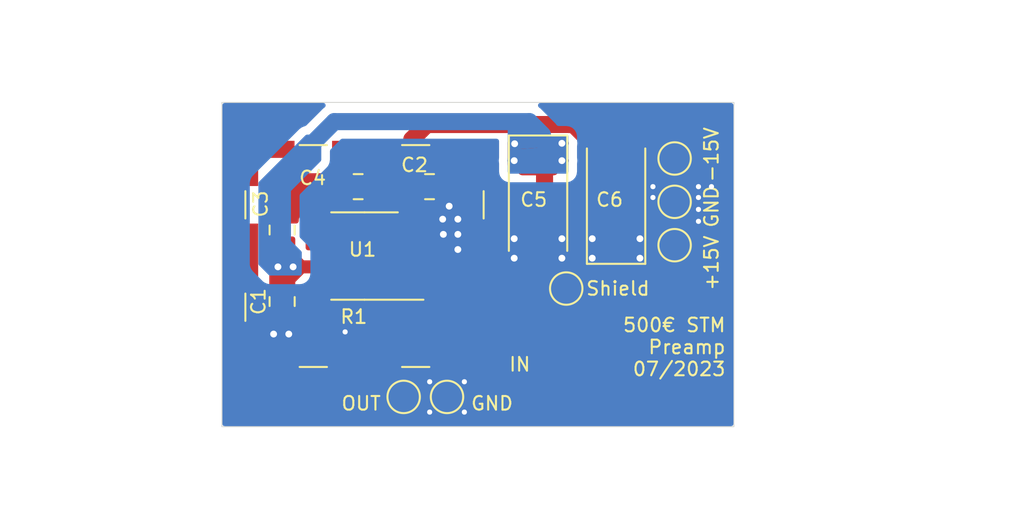
<source format=kicad_pcb>
(kicad_pcb (version 20240108) (generator "pcbnew") (generator_version "8.0")
  (title_block (title "500EUR STM Preamplifier") (date "2023-07-11") (rev "1.0") (company "mintlabs, Uni Regensburg") (comment 1 "Peter Dirnhofer, based on github jherkenhof/STM"))
  (layers (0 "F.Cu" signal) (31 "B.Cu" signal) (34 "B.Paste" user) (35 "F.Paste" user) (36 "B.SilkS" user "B.Silkscreen") (37 "F.SilkS" user "F.Silkscreen") (38 "B.Mask" user) (39 "F.Mask" user) (44 "Edge.Cuts" user))
  (net 0 "")
  (net 1 "GND")
  (net 2 "+15V")
  (net 3 "-15V")
  (net 4 "/in")
  (net 5 "/out")
  (footprint "Capacitor_Tantalum_SMD:CP_EIA-6032-15_Kemet-U" (layer "F.Cu") (at 113.924 121.813 -90)
    (property "Reference" "C5" (at 0 0.254 0) (layer "F.SilkS") (effects (font (size 0.8 0.8) (thickness 0.12) (bold yes))))
    (property "Value" "4u7")
    (fp_line (start -3.76 1.71) (end 3 1.71) (stroke (width 0.12)) (layer "F.SilkS"))
    (fp_line (start -3.76 -1.71) (end -3.76 1.71) (stroke (width 0.12)) (layer "F.SilkS"))
    (fp_line (start 3 -1.71) (end -3.76 -1.71) (stroke (width 0.12)) (layer "F.SilkS"))
    (pad "1" smd roundrect (at -2.4625 0 270) (size 2.075 2.35) (layers "F.Cu" "F.Paste" "F.Mask") (roundrect_rratio 0.1204819277) (net 2 "+15V"))
    (pad "2" smd roundrect (at 2.4625 0 270) (size 2.075 2.35) (layers "F.Cu" "F.Paste" "F.Mask") (roundrect_rratio 0.1204819277) (net 1 "GND"))
  )
  (footprint "Capacitor_Tantalum_SMD:CP_EIA-6032-15_Kemet-U" (layer "F.Cu") (at 118.496 121.813 90)
    (property "Reference" "C6" (at 0 -0.381 180) (layer "F.SilkS") (effects (font (size 0.8 0.8) (thickness 0.12) (bold yes))))
    (property "Value" "4u7")
    (fp_line (start 3 -1.71) (end -3.76 -1.71) (stroke (width 0.12)) (layer "F.SilkS"))
    (fp_line (start -3.76 -1.71) (end -3.76 1.71) (stroke (width 0.12)) (layer "F.SilkS"))
    (fp_line (start -3.76 1.71) (end 3 1.71) (stroke (width 0.12)) (layer "F.SilkS"))
    (pad "1" smd roundrect (at -2.4625 0 90) (size 2.075 2.35) (layers "F.Cu" "F.Paste" "F.Mask") (roundrect_rratio 0.1204819277) (net 1 "GND"))
    (pad "2" smd roundrect (at 2.4625 0 90) (size 2.075 2.35) (layers "F.Cu" "F.Paste" "F.Mask") (roundrect_rratio 0.1204819277) (net 3 "-15V"))
  )
  (footprint "TestPoint:TestPoint_Pad_2.5x2.5mm" (layer "F.Cu") (at 116.21 131.465)
    (property "Reference" "TIP1" (hide yes))
    (property "Value" "IN" (hide yes))
    (pad "1" smd rect (at 0 0) (size 2.5 2.5) (layers "F.Cu" "F.Mask") (net 4 "/in"))
  )
  (footprint "Capacitor_SMD:C_0805_2012Metric_Pad1.18x1.45mm_HandSolder" (layer "F.Cu") (at 98.93 123.591 90)
    (property "Reference" "C3" (at 1.524 -1.262 90) (layer "F.SilkS") (effects (font (size 0.8 0.8) (thickness 0.12))))
    (property "Value" "1u")
    (fp_line (start -0.261252 -0.735) (end 0.261252 -0.735) (stroke (width 0.12)) (layer "F.SilkS"))
    (fp_line (start -0.261252 0.735) (end 0.261252 0.735) (stroke (width 0.12)) (layer "F.SilkS"))
    (pad "1" smd roundrect (at -1.0375 0 90) (size 1.175 1.45) (layers "F.Cu" "F.Paste" "F.Mask") (roundrect_rratio 0.2127659574) (net 2 "+15V"))
    (pad "2" smd roundrect (at 1.0375 0 90) (size 1.175 1.45) (layers "F.Cu" "F.Paste" "F.Mask") (roundrect_rratio 0.2127659574) (net 1 "GND"))
  )
  (footprint "RF_Shielding:Laird_Technologies_BMI-S-201-F_13.66x12.70mm" (layer "F.Cu") (at 103.756 125.115 90)
    (property "Reference" "J1" (hide yes))
    (property "Value" "RF_Shield_Two_Pieces")
    (fp_line (start 2.2 -6.98) (end 3.8 -6.98) (stroke (width 0.12)) (layer "F.SilkS"))
    (fp_line (start -3.8 -6.98) (end -2.2 -6.98) (stroke (width 0.12)) (layer "F.SilkS"))
    (fp_line (start 6.5 -3.8) (end 6.5 -2.2) (stroke (width 0.12)) (layer "F.SilkS"))
    (fp_line (start -6.5 -3.8) (end -6.5 -2.2) (stroke (width 0.12)) (layer "F.SilkS"))
    (fp_line (start 6.5 2.2) (end 6.5 3.8) (stroke (width 0.12)) (layer "F.SilkS"))
    (fp_line (start -6.5 2.2) (end -6.5 3.8) (stroke (width 0.12)) (layer "F.SilkS"))
    (fp_line (start 2.2 6.98) (end 3.8 6.98) (stroke (width 0.12)) (layer "F.SilkS"))
    (pad "1" smd rect (at -6.25 -6.73 90) (size 1 1) (layers "F.Cu" "F.Paste" "F.Mask") (net 1 "GND"))
    (pad "1" smd rect (at -6.25 -5.165 90) (size 1 2.13) (layers "F.Cu" "F.Paste" "F.Mask") (net 1 "GND"))
    (pad "1" smd rect (at -6.25 0 90) (size 1 3.8) (layers "F.Cu" "F.Paste" "F.Mask") (net 1 "GND"))
    (pad "1" smd rect (at -6.25 5.165 90) (size 1 2.13) (layers "F.Cu" "F.Paste" "F.Mask") (net 1 "GND"))
    (pad "1" smd rect (at -6.25 6.73 90) (size 1 1) (layers "F.Cu" "F.Paste" "F.Mask") (net 1 "GND"))
    (pad "1" smd rect (at -4.925 -6.73 90) (size 1.65 1) (layers "F.Cu" "F.Paste" "F.Mask") (net 1 "GND"))
    (pad "1" smd rect (at -4.925 6.73 90) (size 1.65 1) (layers "F.Cu" "F.Paste" "F.Mask") (net 1 "GND"))
    (pad "1" smd rect (at 0 -6.73 90) (size 3.8 1) (layers "F.Cu" "F.Paste" "F.Mask") (net 1 "GND"))
    (pad "1" smd rect (at 0 6.73 90) (size 3.8 1) (layers "F.Cu" "F.Paste" "F.Mask") (net 1 "GND"))
    (pad "1" smd rect (at 4.925 -6.73 90) (size 1.65 1) (layers "F.Cu" "F.Paste" "F.Mask") (net 1 "GND"))
    (pad "1" smd rect (at 4.925 6.73 90) (size 1.65 1) (layers "F.Cu" "F.Paste" "F.Mask") (net 1 "GND"))
    (pad "1" smd rect (at 6.25 -6.73 90) (size 1 1) (layers "F.Cu" "F.Paste" "F.Mask") (net 1 "GND"))
    (pad "1" smd rect (at 6.25 -5.165 90) (size 1 2.13) (layers "F.Cu" "F.Paste" "F.Mask") (net 1 "GND"))
    (pad "1" smd rect (at 6.25 0 90) (size 1 3.8) (layers "F.Cu" "F.Paste" "F.Mask") (net 1 "GND"))
    (pad "1" smd rect (at 6.25 5.165 90) (size 1 2.13) (layers "F.Cu" "F.Paste" "F.Mask") (net 1 "GND"))
    (pad "1" smd rect (at 6.25 6.73 90) (size 1 1) (layers "F.Cu" "F.Paste" "F.Mask") (net 1 "GND"))
  )
  (footprint "custom:SOIC-8_3.9x4.9mm_P1.27mm" (layer "F.Cu") (at 103.756 125.115 180)
    (property "Reference" "U1" (at 0.119 0.381 180) (layer "F.SilkS") (effects (font (size 0.8 0.8) (thickness 0.12))))
    (property "Value" "ADA4637-1")
    (fp_line (start 0 2.56) (end 1.95 2.56) (stroke (width 0.12)) (layer "F.SilkS"))
    (fp_line (start 0 2.56) (end -1.95 2.56) (stroke (width 0.12)) (layer "F.SilkS"))
    (fp_line (start 0 -2.56) (end 1.95 -2.56) (stroke (width 0.12)) (layer "F.SilkS"))
    (fp_line (start 0 -2.56) (end -3.45 -2.56) (stroke (width 0.12)) (layer "F.SilkS"))
    (pad "2" smd roundrect (at -2.475 -0.635 180) (size 1.95 0.6) (layers "F.Cu" "F.Paste" "F.Mask") (net 4 "/in"))
    (pad "3" smd roundrect (at -2.475 0.635 180) (size 1.95 0.6) (layers "F.Cu" "F.Paste" "F.Mask") (net 1 "GND"))
    (pad "4" smd roundrect (at -2.475 1.905 180) (size 1.95 0.6) (layers "F.Cu" "F.Paste" "F.Mask") (net 3 "-15V"))
    (pad "5" smd roundrect (at 2.475 1.905 180) (size 1.95 0.6) (layers "F.Cu" "F.Paste" "F.Mask"))
    (pad "6" smd roundrect (at 2.475 0.635 180) (size 1.95 0.6) (layers "F.Cu" "F.Paste" "F.Mask") (net 5 "/out"))
    (pad "7" smd roundrect (at 2.475 -0.635 180) (size 1.95 0.6) (layers "F.Cu" "F.Paste" "F.Mask") (net 2 "+15V"))
    (pad "8" smd roundrect (at 2.475 -1.905 180) (size 1.95 0.6) (layers "F.Cu" "F.Paste" "F.Mask"))
  )
  (footprint "Capacitor_SMD:C_0805_2012Metric_Pad1.18x1.45mm_HandSolder" (layer "F.Cu") (at 103.383 121.051)
    (property "Reference" "C4" (at -2.667 -0.508 0) (layer "F.SilkS") (effects (font (size 0.8 0.8) (thickness 0.12))))
    (property "Value" "1u")
    (fp_line (start -0.261252 -0.735) (end 0.261252 -0.735) (stroke (width 0.12)) (layer "F.SilkS"))
    (fp_line (start -0.261252 0.735) (end 0.261252 0.735) (stroke (width 0.12)) (layer "F.SilkS"))
    (pad "1" smd roundrect (at -1.0375 0) (size 1.175 1.45) (layers "F.Cu" "F.Paste" "F.Mask") (roundrect_rratio 0.2127659574) (net 1 "GND"))
    (pad "2" smd roundrect (at 1.0375 0) (size 1.175 1.45) (layers "F.Cu" "F.Paste" "F.Mask") (roundrect_rratio 0.2127659574) (net 3 "-15V"))
  )
  (footprint "Capacitor_SMD:C_0805_2012Metric_Pad1.18x1.45mm_HandSolder" (layer "F.Cu") (at 98.93 127.782 -90)
    (property "Reference" "C1" (at 0 1.389 -90) (layer "F.SilkS") (effects (font (size 0.8 0.8) (thickness 0.12) (bold yes))))
    (property "Value" "47n")
    (fp_line (start -0.261252 0.735) (end 0.261252 0.735) (stroke (width 0.12)) (layer "F.SilkS"))
    (fp_line (start -0.261252 -0.735) (end 0.261252 -0.735) (stroke (width 0.12)) (layer "F.SilkS"))
    (pad "1" smd roundrect (at -1.0375 0 270) (size 1.175 1.45) (layers "F.Cu" "F.Paste" "F.Mask") (roundrect_rratio 0.2127659574) (net 2 "+15V"))
    (pad "2" smd roundrect (at 1.0375 0 270) (size 1.175 1.45) (layers "F.Cu" "F.Paste" "F.Mask") (roundrect_rratio 0.2127659574) (net 1 "GND"))
  )
  (footprint "Resistor_SMD:R_1206_3216Metric_Pad1.30x1.75mm_HandSolder" (layer "F.Cu") (at 106.296 129.179)
    (property "Reference" "R1" (at -3.167 -0.508 0) (layer "F.SilkS") (effects (font (size 0.8 0.8) (thickness 0.12))))
    (property "Value" "100MEG")
    (pad "1" smd roundrect (at -1.55 0) (size 1.3 1.75) (layers "F.Cu" "F.Paste" "F.Mask") (roundrect_rratio 0.1923076923) (net 5 "/out"))
    (pad "2" smd roundrect (at 1.55 0) (size 1.3 1.75) (layers "F.Cu" "F.Paste" "F.Mask") (roundrect_rratio 0.1923076923) (net 4 "/in"))
  )
  (footprint "Capacitor_SMD:C_0805_2012Metric_Pad1.18x1.45mm_HandSolder" (layer "F.Cu") (at 107.566 121.051 180)
    (property "Reference" "C2" (at 0.881 1.27 180) (layer "F.SilkS") (effects (font (size 0.8 0.8) (thickness 0.12) (bold yes))))
    (property "Value" "47n")
    (fp_line (start -0.261252 0.735) (end 0.261252 0.735) (stroke (width 0.12)) (layer "F.SilkS"))
    (fp_line (start -0.261252 -0.735) (end 0.261252 -0.735) (stroke (width 0.12)) (layer "F.SilkS"))
    (pad "1" smd roundrect (at -1.0375 0 180) (size 1.175 1.45) (layers "F.Cu" "F.Paste" "F.Mask") (roundrect_rratio 0.2127659574) (net 1 "GND"))
    (pad "2" smd roundrect (at 1.0375 0 180) (size 1.175 1.45) (layers "F.Cu" "F.Paste" "F.Mask") (roundrect_rratio 0.2127659574) (net 3 "-15V"))
  )
  (footprint "TestPoint:TestPoint_Pad_D1.5mm" (layer "F.Cu") (at 121.925 124.48)
    (property "Reference" "TP2" (hide yes))
    (property "Value" "TestPoint")
    (fp_circle (center 0 0) (end 0 0.95) (stroke (width 0.12)) (fill none) (layer "F.SilkS"))
    (pad "1" smd circle (at 0 0) (size 1.5 1.5) (layers "F.Cu" "F.Mask") (net 2 "+15V"))
  )
  (footprint "TestPoint:TestPoint_Pad_D1.5mm" (layer "F.Cu") (at 115.575 127.02)
    (property "Reference" "TP1" (hide yes))
    (property "Value" "TestPoint")
    (fp_circle (center 0 0) (end 0 0.95) (stroke (width 0.12)) (fill none) (layer "F.SilkS"))
    (pad "1" smd circle (at 0 0) (size 1.5 1.5) (layers "F.Cu" "F.Mask") (net 1 "GND"))
  )
  (footprint "TestPoint:TestPoint_Pad_D1.5mm" (layer "F.Cu") (at 106.05 133.37)
    (property "Reference" "TP5" (hide yes))
    (property "Value" "TestPoint")
    (fp_circle (center 0 0) (end 0 0.95) (stroke (width 0.12)) (fill none) (layer "F.SilkS"))
    (pad "1" smd circle (at 0 0) (size 1.5 1.5) (layers "F.Cu" "F.Mask") (net 5 "/out"))
  )
  (footprint "TestPoint:TestPoint_Pad_D1.5mm" (layer "F.Cu") (at 108.59 133.37)
    (property "Reference" "TP6" (hide yes))
    (property "Value" "TestPoint")
    (fp_circle (center 0 0) (end 0 0.95) (stroke (width 0.12)) (fill none) (layer "F.SilkS"))
    (pad "1" smd circle (at 0 0) (size 1.5 1.5) (layers "F.Cu" "F.Mask") (net 1 "GND"))
  )
  (footprint "TestPoint:TestPoint_Pad_D1.5mm" (layer "F.Cu") (at 121.925 121.94)
    (property "Reference" "TP3" (hide yes))
    (property "Value" "TestPoint")
    (fp_circle (center 0 0) (end 0 0.95) (stroke (width 0.12)) (fill none) (layer "F.SilkS"))
    (pad "1" smd circle (at 0 0) (size 1.5 1.5) (layers "F.Cu" "F.Mask") (net 1 "GND"))
  )
  (footprint "TestPoint:TestPoint_Pad_D1.5mm" (layer "F.Cu") (at 121.925 119.4)
    (property "Reference" "TP4" (hide yes))
    (property "Value" "TestPoint")
    (fp_circle (center 0 0) (end 0 0.95) (stroke (width 0.12)) (fill none) (layer "F.SilkS"))
    (pad "1" smd circle (at 0 0) (size 1.5 1.5) (layers "F.Cu" "F.Mask") (net 3 "-15V"))
  )
  (gr_rect (start 95.4 116.115) (end 125.4 135.115) (stroke (width 0.05)) (fill none) (layer "Edge.Cuts"))
  (gr_text "GND" (at 124.084 120.924 90) (layer "F.SilkS") (effects (font (size 0.8 0.8) (thickness 0.12) (bold yes)) (justify right)))
  (gr_text "-15V" (at 124.084 117.495 90) (layer "F.SilkS") (effects (font (size 0.8 0.8) (thickness 0.12) (bold yes)) (justify right)))
  (gr_text "500€ STM\nPreamp\n07/2023" (at 124.973 130.449 0) (layer "F.SilkS") (effects (font (size 0.8 0.8) (thickness 0.12) (bold yes)) (justify right)))
  (gr_text "+15V" (at 124.084 123.845 90) (layer "F.SilkS") (effects (font (size 0.8 0.8) (thickness 0.12) (bold yes)) (justify right)))
  (gr_text "Shield" (at 120.528 127.02 0) (layer "F.SilkS") (effects (font (size 0.8 0.8) (thickness 0.12) (bold yes)) (justify right)))
  (gr_text "IN" (at 113.543 131.465 0) (layer "F.SilkS") (effects (font (size 0.8 0.8) (thickness 0.12) (bold yes)) (justify right)))
  (gr_text "GND" (at 112.527 133.751 0) (layer "F.SilkS") (effects (font (size 0.8 0.8) (thickness 0.12) (bold yes)) (justify right)))
  (gr_text "OUT" (at 104.78 133.751 0) (layer "F.SilkS") (effects (font (size 0.8 0.8) (thickness 0.12) (bold yes)) (justify right)))
  (segment (start 118.4325 133.6875) (end 118.75 133.37) (width 0.3) (layer "F.Cu") (net 1))
  (segment (start 113.9875 133.6875) (end 114.305 134.005) (width 0.3) (layer "F.Cu") (net 1))
  (segment (start 118.4325 129.2425) (end 118.115 128.925) (width 0.3) (layer "F.Cu") (net 1))
  (segment (start 118.75 131.465) (end 118.75 129.56) (width 0.3) (layer "F.Cu") (net 1))
  (segment (start 116.21 134.005) (end 116.21 134.005) (width 0.3) (layer "F.Cu") (net 1))
  (segment (start 113.67 131.465) (end 113.67 133.37) (width 0.3) (layer "F.Cu") (net 1))
  (segment (start 116.21 128.925) (end 114.94 128.925) (width 0.3) (layer "F.Cu") (net 1))
  (segment (start 116.21 134.005) (end 118.115 134.005) (width 0.3) (layer "F.Cu") (net 1))
  (segment (start 116.21 128.925) (end 116.21 128.925) (width 0.3) (layer "F.Cu") (net 1))
  (segment (start 113.289 127.274) (end 111.257 127.274) (width 0.3) (layer "F.Cu") (net 1))
  (segment (start 112.4 128.925) (end 112.4 128.925) (width 0.3) (layer "F.Cu") (net 1))
  (segment (start 111.249 127.266) (end 110.9395 126.9565) (width 0.3) (layer "F.Cu") (net 1))
  (segment (start 114.94 128.925) (end 113.289 127.274) (width 0.3) (layer "F.Cu") (net 1))
  (segment (start 111.257 128.925) (end 112.4 128.925) (width 0.3) (layer "F.Cu") (net 1))
  (segment (start 110.241 126.258) (end 110.9395 126.9565) (width 0.3) (layer "F.Cu") (net 1))
  (segment (start 105.288 126.893) (end 104.526 126.131) (width 0.3) (layer "F.Cu") (net 1))
  (segment (start 106.304 128.847472) (end 107.574 127.577472) (width 0.3) (layer "F.Cu") (net 1))
  (segment (start 106.231 124.48) (end 107.828 124.48) (width 0.3) (layer "F.Cu") (net 1))
  (segment (start 118.75 133.37) (end 118.75 131.465) (width 0.3) (layer "F.Cu") (net 1))
  (segment (start 105.415 124.48) (end 106.231 124.48) (width 0.3) (layer "F.Cu") (net 1))
  (segment (start 108.921 131.365) (end 107.556 131.365) (width 0.3) (layer "F.Cu") (net 1))
  (segment (start 107.556 131.365) (end 106.304 130.113) (width 0.3) (layer "F.Cu") (net 1))
  (segment (start 104.526 126.131) (end 104.526 125.369) (width 0.3) (layer "F.Cu") (net 1))
  (segment (start 110.486 126.503) (end 110.486 125.115) (width 0.3) (layer "F.Cu") (net 1))
  (segment (start 107.574 127.577472) (end 107.574 127.147) (width 0.3) (layer "F.Cu") (net 1))
  (segment (start 104.526 125.369) (end 105.415 124.48) (width 0.3) (layer "F.Cu") (net 1))
  (segment (start 112.4 128.925) (end 113.67 130.195) (width 0.3) (layer "F.Cu") (net 1))
  (segment (start 113.67 130.195) (end 113.67 131.465) (width 0.3) (layer "F.Cu") (net 1))
  (segment (start 118.75 129.56) (end 118.4325 129.2425) (width 0.3) (layer "F.Cu") (net 1))
  (segment (start 109.606 126.258) (end 110.241 126.258) (width 0.3) (layer "F.Cu") (net 1))
  (segment (start 110.486 129.696) (end 111.257 128.925) (width 0.3) (layer "F.Cu") (net 1))
  (segment (start 107.32 126.893) (end 105.288 126.893) (width 0.3) (layer "F.Cu") (net 1))
  (segment (start 111.257 127.274) (end 111.249 127.266) (width 0.3) (layer "F.Cu") (net 1))
  (segment (start 110.9395 126.9565) (end 110.486 126.503) (width 0.3) (layer "F.Cu") (net 1))
  (segment (start 113.67 133.37) (end 113.9875 133.6875) (width 0.3) (layer "F.Cu") (net 1))
  (segment (start 107.828 124.48) (end 109.606 126.258) (width 0.3) (layer "F.Cu") (net 1))
  (segment (start 113.289 127.274) (end 113.289 127.274) (width 0.3) (layer "F.Cu") (net 1))
  (segment (start 114.305 134.005) (end 116.21 134.005) (width 0.3) (layer "F.Cu") (net 1))
  (segment (start 107.574 127.147) (end 107.32 126.893) (width 0.3) (layer "F.Cu") (net 1))
  (segment (start 110.486 130.04) (end 110.486 129.696) (width 0.3) (layer "F.Cu") (net 1))
  (segment (start 118.115 128.925) (end 116.21 128.925) (width 0.3) (layer "F.Cu") (net 1))
  (segment (start 118.115 134.005) (end 118.4325 133.6875) (width 0.3) (layer "F.Cu") (net 1))
  (segment (start 106.304 130.113) (end 106.304 128.847472) (width 0.3) (layer "F.Cu") (net 1))
  (via (at 112.527 124.099) (size 0.8) (drill 0.4) (layers "F.Cu" "B.Cu") (net 1))
  (via (at 112.527 125.242) (size 0.8) (drill 0.4) (layers "F.Cu" "B.Cu") (net 1))
  (via (at 115.321 125.242) (size 0.8) (drill 0.4) (layers "F.Cu" "B.Cu") (net 1))
  (via (at 115.321 124.099) (size 0.8) (drill 0.4) (layers "F.Cu" "B.Cu") (net 1))
  (via (at 109.225 123.845) (size 0.8) (drill 0.4) (layers "F.Cu" "B.Cu") (net 1))
  (via (at 123.322 122.385503) (size 0.6) (drill 0.3) (layers "F.Cu" "B.Cu") (net 1))
  (via (at 108.336 122.956) (size 0.8) (drill 0.4) (layers "F.Cu" "B.Cu") (net 1))
  (via (at 117.099 124.099) (size 0.8) (drill 0.4) (layers "F.Cu" "B.Cu") (net 1))
  (via (at 107.574 134.259) (size 0.6) (drill 0.3) (layers "F.Cu" "B.Cu") (net 1))
  (via (at 120.655 121.686) (size 0.6) (drill 0.3) (layers "F.Cu" "B.Cu") (net 1))
  (via (at 109.225 124.734) (size 0.8) (drill 0.4) (layers "F.Cu" "B.Cu") (net 1))
  (via (at 109.606 134.259) (size 0.6) (drill 0.3) (layers "F.Cu" "B.Cu") (net 1))
  (via (at 117.099 125.242) (size 0.8) (drill 0.4) (layers "F.Cu" "B.Cu") (net 1))
  (via (at 102.621 129.56) (size 0.6) (drill 0.3) (layers "F.Cu" "B.Cu") (net 1))
  (via (at 119.893 124.099) (size 0.8) (drill 0.4) (layers "F.Cu" "B.Cu") (net 1))
  (via (at 107.574 132.481) (size 0.6) (drill 0.3) (layers "F.Cu" "B.Cu") (net 1))
  (via (at 124.084 121.051) (size 0.6) (drill 0.3) (layers "F.Cu" "B.Cu") (net 1))
  (via (at 108.717 122.194) (size 0.8) (drill 0.4) (layers "F.Cu" "B.Cu") (net 1))
  (via (at 98.43 129.687) (size 0.8) (drill 0.4) (layers "F.Cu" "B.Cu") (net 1))
  (via (at 123.322 121.686) (size 0.6) (drill 0.3) (layers "F.Cu" "B.Cu") (net 1))
  (via (at 99.319 129.687) (size 0.8) (drill 0.4) (layers "F.Cu" "B.Cu") (net 1))
  (via (at 123.322 123.083) (size 0.6) (drill 0.3) (layers "F.Cu" "B.Cu") (net 1))
  (via (at 123.322 121.051) (size 0.6) (drill 0.3) (layers "F.Cu" "B.Cu") (net 1))
  (via (at 119.893 125.242) (size 0.8) (drill 0.4) (layers "F.Cu" "B.Cu") (net 1))
  (via (at 108.375497 123.845) (size 0.8) (drill 0.4) (layers "F.Cu" "B.Cu") (net 1))
  (via (at 109.606 132.481) (size 0.6) (drill 0.3) (layers "F.Cu" "B.Cu") (net 1))
  (via (at 109.225 122.956) (size 0.8) (drill 0.4) (layers "F.Cu" "B.Cu") (net 1))
  (via (at 120.655 121.051) (size 0.6) (drill 0.3) (layers "F.Cu" "B.Cu") (net 1))
  (segment (start 113.924 119.3505) (end 113.8745 119.4) (width 0.6) (layer "F.Cu") (net 2))
  (segment (start 121.925 124.48) (end 119.385 121.94) (width 1) (layer "F.Cu") (net 2))
  (segment (start 114.94 121.94) (end 114.305 121.305) (width 1) (layer "F.Cu") (net 2))
  (segment (start 114.305 121.305) (end 114.305 119.7315) (width 1) (layer "F.Cu") (net 2))
  (segment (start 119.385 121.94) (end 114.94 121.94) (width 1) (layer "F.Cu") (net 2))
  (segment (start 114.305 119.7315) (end 113.924 119.3505) (width 0.6) (layer "F.Cu") (net 2))
  (via (at 115.321 119.527) (size 0.8) (drill 0.4) (layers "F.Cu" "B.Cu") (net 2))
  (via (at 115.321 118.511) (size 0.8) (drill 0.4) (layers "F.Cu" "B.Cu") (net 2))
  (via (at 99.573 125.75) (size 0.8) (drill 0.4) (layers "F.Cu" "B.Cu") (net 2))
  (via (at 98.684 125.75) (size 0.8) (drill 0.4) (layers "F.Cu" "B.Cu") (net 2))
  (via (at 112.527 119.527) (size 0.8) (drill 0.4) (layers "F.Cu" "B.Cu") (net 2))
  (via (at 112.5524 118.5364) (size 0.8) (drill 0.4) (layers "F.Cu" "B.Cu") (net 2))
  (segment (start 113.416 117.241) (end 114.178 118.003) (width 1) (layer "B.Cu") (net 2))
  (segment (start 114.178 119.273) (end 114.432 119.273) (width 0.6) (layer "B.Cu") (net 2))
  (segment (start 114.178 118.003) (end 114.178 119.273) (width 0.6) (layer "B.Cu") (net 2))
  (segment (start 100.716 118.511) (end 101.986 117.241) (width 1) (layer "B.Cu") (net 2))
  (segment (start 101.986 117.241) (end 113.416 117.241) (width 1) (layer "B.Cu") (net 2))
  (segment (start 104.408 121.051) (end 106.5285 121.051) (width 1) (layer "F.Cu") (net 3))
  (segment (start 117.099 119.527) (end 119.893 119.527) (width 1) (layer "F.Cu") (net 3))
  (segment (start 106.5285 121.051) (end 106.5285 122.9125) (width 1) (layer "F.Cu") (net 3))
  (segment (start 106.5285 121.051) (end 106.5285 118.2865) (width 1) (layer "F.Cu") (net 3))
  (segment (start 117.099 118.511) (end 119.893 118.511) (width 1) (layer "F.Cu") (net 3))
  (segment (start 117.099 118.511) (end 117.099 119.527) (width 1) (layer "F.Cu") (net 3))
  (segment (start 121.925 119.4) (end 120.02 119.4) (width 1) (layer "F.Cu") (net 3))
  (segment (start 115.999 117.411) (end 117.099 118.511) (width 1) (layer "F.Cu") (net 3))
  (segment (start 107.404 117.411) (end 115.999 117.411) (width 1) (layer "F.Cu") (net 3))
  (segment (start 106.5285 122.9125) (end 106.231 123.21) (width 0.2) (layer "F.Cu") (net 3))
  (segment (start 106.5285 118.2865) (end 107.404 117.411) (width 1) (layer "F.Cu") (net 3))
  (segment (start 120.02 119.4) (end 119.893 119.527) (width 0.2) (layer "F.Cu") (net 3))
  (segment (start 112.781 128.036) (end 116.21 131.465) (width 0.2) (layer "F.Cu") (net 4))
  (segment (start 106.231 125.75) (end 108.021 125.75) (width 0.2) (layer "F.Cu") (net 4))
  (segment (start 107.846 129.179) (end 109.164 129.179) (width 0.2) (layer "F.Cu") (net 4))
  (segment (start 109.164 129.179) (end 110.307 128.036) (width 0.2) (layer "F.Cu") (net 4))
  (segment (start 108.021 125.75) (end 110.307 128.036) (width 0.2) (layer "F.Cu") (net 4))
  (segment (start 110.307 128.036) (end 112.781 128.036) (width 0.2) (layer "F.Cu") (net 4))
  (segment (start 102.875 124.861) (end 102.494 124.48) (width 0.5) (layer "F.Cu") (net 5))
  (segment (start 106.05 133.37) (end 106.05 130.495396) (width 0.2) (layer "F.Cu") (net 5))
  (segment (start 102.494 124.48) (end 101.281 124.48) (width 0.5) (layer "F.Cu") (net 5))
  (segment (start 103.51 125.496) (end 103.51 127.8805) (width 0.5) (layer "F.Cu") (net 5))
  (segment (start 104.8085 129.253896) (end 104.8085 129.179) (width 0.2) (layer "F.Cu") (net 5))
  (segment (start 106.05 130.495396) (end 104.8085 129.253896) (width 0.2) (layer "F.Cu") (net 5))
  (segment (start 102.875 124.861) (end 103.51 125.496) (width 0.5) (layer "F.Cu") (net 5))
  (segment (start 103.51 127.8805) (end 104.8085 129.179) (width 0.5) (layer "F.Cu") (net 5))
  (zone (net 2) (net_name "+15V") (layer "F.Cu") (priority 5) (connect_pads yes (clearance 0.4)) (min_thickness 0.3) (fill yes (thermal_gap 0.508) (thermal_bridge_width 0.508))
    (polygon (pts (xy 112.146 118.13) (xy 115.702 118.13) (xy 115.702 119.908) (xy 112.146 119.908)))
  )
  (zone (net 1) (net_name "GND") (layer "F.Cu") (priority 3) (connect_pads yes (clearance 0.4)) (min_thickness 0.3) (fill yes (thermal_gap 0.508) (thermal_bridge_width 0.508))
    (polygon (pts (xy 98.176 123.21) (xy 98.176 120.2636) (xy 103.51 120.2636) (xy 103.51 122.067) (xy 105.542 124.099) (xy 106.304 124.099) (xy 106.304 124.734) (xy 105.288 124.734) (xy 104.526 125.496) (xy 102.113 125.496) (xy 99.827 123.21)))
  )
  (zone (net 1) (net_name "GND") (layer "F.Cu") (priority 3) (connect_pads yes (clearance 0.25)) (min_thickness 0.3) (fill yes (thermal_gap 0.508) (thermal_bridge_width 0.508))
    (polygon (pts (xy 105.288 124.607) (xy 105.288 124.099) (xy 107.447 124.099) (xy 107.828 123.718) (xy 107.828 120.289) (xy 109.098 120.289) (xy 109.098 121.813) (xy 110.622 123.337) (xy 110.622 126.258) (xy 109.479 126.258) (xy 107.828 124.607)))
  )
  (zone (net 1) (net_name "GND") (layer "F.Cu") (priority 3) (connect_pads yes (clearance 0.4)) (min_thickness 0.3) (fill yes (thermal_gap 0.508) (thermal_bridge_width 0.508))
    (polygon (pts (xy 116.718 123.718) (xy 120.274 123.718) (xy 120.274 125.623) (xy 116.718 125.623)))
  )
  (zone (net 1) (net_name "GND") (layer "F.Cu") (priority 1) (connect_pads (clearance 0.5)) (min_thickness 0.25) (fill yes (thermal_gap 0.5) (thermal_bridge_width 0.5))
    (polygon (pts (xy 123.83 120.543) (xy 123.703 123.337) (xy 122.56 123.464) (xy 119.512 121.178) (xy 119.512 120.543)))
  )
  (zone (net 1) (net_name "GND") (layer "F.Cu") (priority 7) (connect_pads yes (clearance 0.4)) (min_thickness 0.25) (fill yes (thermal_gap 0.508) (thermal_bridge_width 0.508))
    (polygon (pts (xy 107.32 132.227) (xy 109.86 132.227) (xy 109.86 134.513) (xy 107.32 134.513)))
  )
  (zone (net 1) (net_name "GND") (layer "F.Cu") (connect_pads yes (clearance 0.4)) (min_thickness 0.3) (fill yes (thermal_gap 0.508) (thermal_bridge_width 0.508))
    (polygon (pts (xy 103.002 128.036) (xy 98.049 128.036) (xy 98.049 130.322) (xy 103.637 130.322)))
  )
  (zone (net 2) (net_name "+15V") (layer "F.Cu") (connect_pads yes (clearance 0.25)) (min_thickness 0.3) (fill yes (thermal_gap 0.508) (thermal_bridge_width 0.508))
    (polygon (pts (xy 102.24 126.131) (xy 102.24 125.369) (xy 100.208 125.369) (xy 99.7 124.861) (xy 99.7 123.972) (xy 98.176 123.972) (xy 98.176 127.528) (xy 99.7 127.528) (xy 99.7 126.639) (xy 100.208 126.131)))
  )
  (zone (net 1) (net_name "GND") (layer "F.Cu") (priority 8) (connect_pads yes (clearance 0.4)) (min_thickness 0.25) (fill yes (thermal_gap 0.508) (thermal_bridge_width 0.508))
    (polygon (pts (xy 112.146 125.623) (xy 113.67 126.893) (xy 114.686 128.163) (xy 116.718 128.163) (xy 116.718 123.718) (xy 112.146 123.591)))
  )
  (zone (net 3) (net_name "-15V") (layer "F.Cu") (priority 9) (connect_pads (clearance 0.4)) (min_thickness 0.25) (fill yes (thermal_gap 0.5) (thermal_bridge_width 0.5))
    (polygon (pts (xy 119.639 118.003) (xy 123.195 118.003) (xy 123.068 120.035) (xy 119.131 120.035)))
  )
  (zone (net 3) (net_name "-15V") (layer "F.Cu") (priority 11) (connect_pads yes (clearance 0.4)) (min_thickness 0.25) (fill yes (thermal_gap 0.5) (thermal_bridge_width 0.5))
    (polygon (pts (xy 104.272 120.797) (xy 106.939 120.797) (xy 106.939 123.337) (xy 105.288 123.337) (xy 104.272 122.067)))
  )
  (zone (net 2) (net_name "+15V") (layer "F.Cu") (priority 10) (connect_pads (clearance 0.4)) (min_thickness 0.25) (fill yes (thermal_gap 0.5) (thermal_bridge_width 0.5))
    (polygon (pts (xy 120.782 123.718) (xy 120.782 126.004) (xy 123.576 126.004) (xy 123.576 123.718)))
  )
  (zone (net 2) (net_name "+15V") (layer "B.Cu") (priority 12) (connect_pads yes (clearance 0.4)) (min_thickness 0.25) (fill yes (thermal_gap 0.5) (thermal_bridge_width 0.5))
    (polygon (pts (xy 112.146 118.892) (xy 114.051 118.765) (xy 113.797 117.368) (xy 112.146 117.368)))
  )
  (zone (net 2) (net_name "+15V") (layer "B.Cu") (priority 6) (connect_pads (clearance 0.5)) (min_thickness 0.25) (fill yes (thermal_gap 0.5) (thermal_bridge_width 0.5))
    (polygon (pts (xy 112.146 118.003) (xy 112.146 120.289) (xy 115.702 120.289) (xy 115.702 118.003)))
  )
  (zone (net 2) (net_name "+15V") (layer "B.Cu") (priority 2) (connect_pads yes (clearance 0.4)) (min_thickness 0.25) (fill yes (thermal_gap 0.508) (thermal_bridge_width 0.508))
    (polygon (pts (xy 97.541 120.797) (xy 97.541 125.623) (xy 98.176 126.258) (xy 100.081 126.258) (xy 100.081 124.861) (xy 99.446 124.226) (xy 99.446 121.305) (xy 101.224 119.527) (xy 101.224 118.003) (xy 100.335 118.003)))
  )
  (zone (net 1) (net_name "GND") (layer "B.Cu") (connect_pads yes (clearance 0.5)) (min_thickness 0.3) (fill yes (thermal_gap 0.508) (thermal_bridge_width 0.508))
    (polygon (pts (xy 82.4 110.115) (xy 142.4 110.115) (xy 142.4 140.115) (xy 82.4 140.115)))
  )
)
</source>
